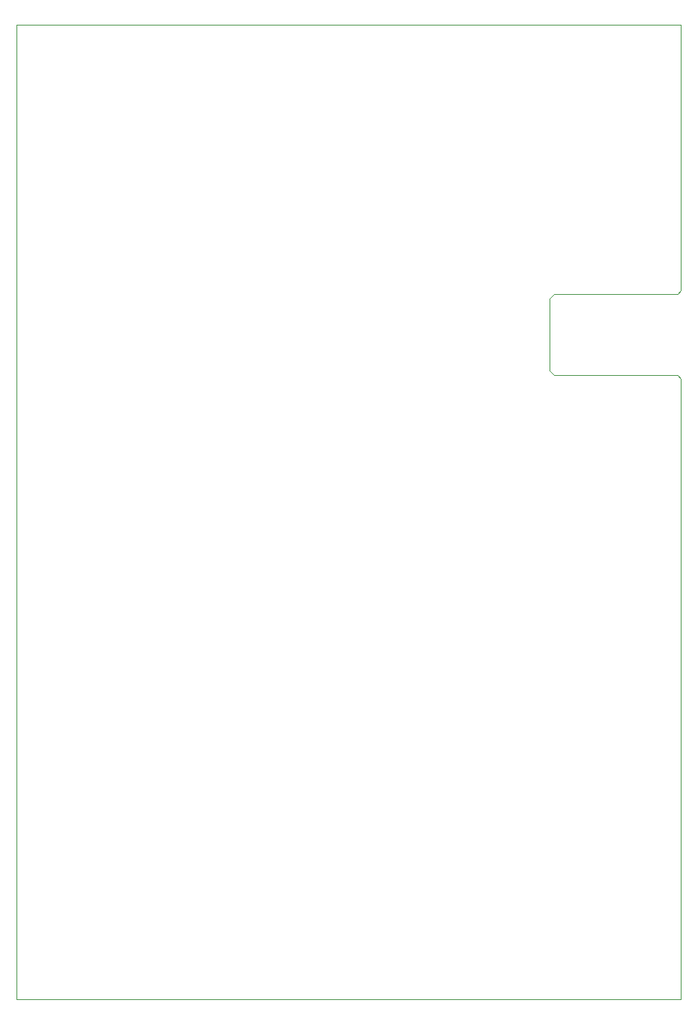
<source format=gm1>
G04 #@! TF.GenerationSoftware,KiCad,Pcbnew,(5.1.2-1)-1*
G04 #@! TF.CreationDate,2019-10-02T20:19:15+01:00*
G04 #@! TF.ProjectId,A500 FastRAM,41353030-2046-4617-9374-52414d2e6b69,rev?*
G04 #@! TF.SameCoordinates,Original*
G04 #@! TF.FileFunction,Profile,NP*
%FSLAX46Y46*%
G04 Gerber Fmt 4.6, Leading zero omitted, Abs format (unit mm)*
G04 Created by KiCad (PCBNEW (5.1.2-1)-1) date 2019-10-02 20:19:15*
%MOMM*%
%LPD*%
G04 APERTURE LIST*
%ADD10C,0.050000*%
G04 APERTURE END LIST*
D10*
X149606000Y-49403000D02*
X148971000Y-49403000D01*
X135636000Y-49403000D02*
X148971000Y-49403000D01*
X135128000Y-49911000D02*
X135128000Y-58039000D01*
X135636000Y-49403000D02*
X135128000Y-49911000D01*
X135636000Y-58547000D02*
X136398000Y-58547000D01*
X135128000Y-58039000D02*
X135636000Y-58547000D01*
X149606000Y-58547000D02*
X136398000Y-58547000D01*
X150000000Y-59000000D02*
X149606000Y-58547000D01*
X150000000Y-49000000D02*
X149606000Y-49403000D01*
X150000000Y-19000000D02*
X150000000Y-49000000D01*
X135000000Y-19000000D02*
X150000000Y-19000000D01*
X75000000Y-19000000D02*
X135000000Y-19000000D01*
X75000000Y-37000000D02*
X75000000Y-19000000D01*
X150000000Y-129000000D02*
X150000000Y-59000000D01*
X75000000Y-129000000D02*
X150000000Y-129000000D01*
X75000000Y-37000000D02*
X75000000Y-129000000D01*
M02*

</source>
